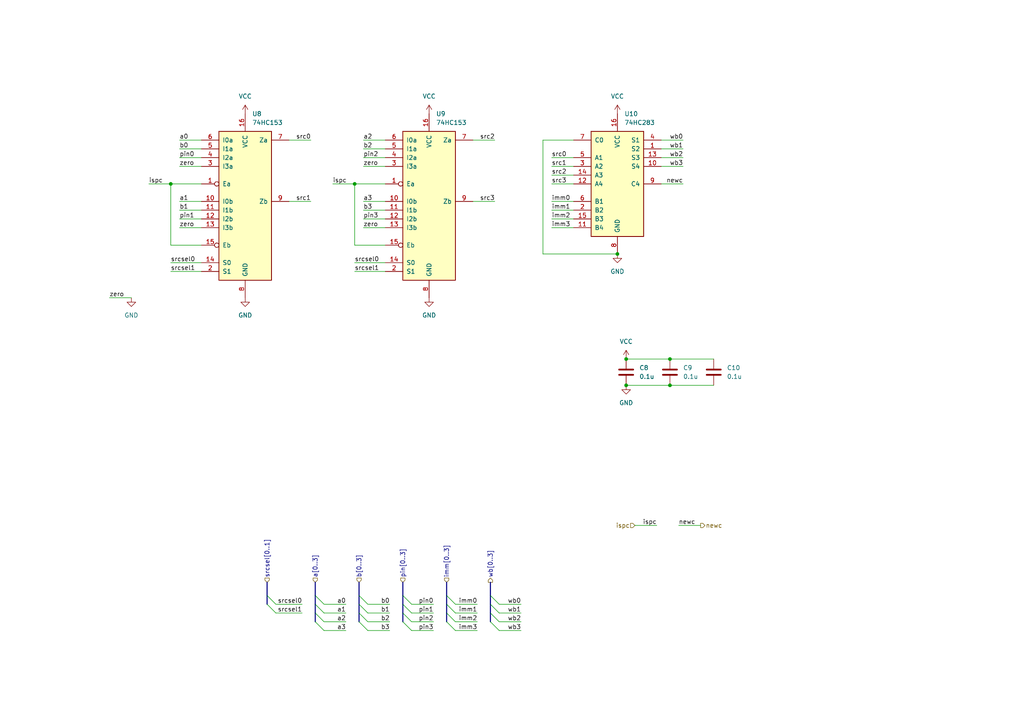
<source format=kicad_sch>
(kicad_sch (version 20211123) (generator eeschema)

  (uuid de9b72b0-f293-4fec-a4ac-cbf945ccb52f)

  (paper "A4")

  (lib_symbols
    (symbol "74xx:74LS153" (pin_names (offset 1.016)) (in_bom yes) (on_board yes)
      (property "Reference" "U" (id 0) (at -7.62 21.59 0)
        (effects (font (size 1.27 1.27)))
      )
      (property "Value" "74LS153" (id 1) (at -7.62 -24.13 0)
        (effects (font (size 1.27 1.27)))
      )
      (property "Footprint" "" (id 2) (at 0 0 0)
        (effects (font (size 1.27 1.27)) hide)
      )
      (property "Datasheet" "http://www.ti.com/lit/gpn/sn74LS153" (id 3) (at 0 0 0)
        (effects (font (size 1.27 1.27)) hide)
      )
      (property "ki_locked" "" (id 4) (at 0 0 0)
        (effects (font (size 1.27 1.27)))
      )
      (property "ki_keywords" "TTL Mux4" (id 5) (at 0 0 0)
        (effects (font (size 1.27 1.27)) hide)
      )
      (property "ki_description" "Dual Multiplexer 4 to 1" (id 6) (at 0 0 0)
        (effects (font (size 1.27 1.27)) hide)
      )
      (property "ki_fp_filters" "DIP?16*" (id 7) (at 0 0 0)
        (effects (font (size 1.27 1.27)) hide)
      )
      (symbol "74LS153_1_0"
        (pin input inverted (at -12.7 5.08 0) (length 5.08)
          (name "Ea" (effects (font (size 1.27 1.27))))
          (number "1" (effects (font (size 1.27 1.27))))
        )
        (pin input line (at -12.7 0 0) (length 5.08)
          (name "I0b" (effects (font (size 1.27 1.27))))
          (number "10" (effects (font (size 1.27 1.27))))
        )
        (pin input line (at -12.7 -2.54 0) (length 5.08)
          (name "I1b" (effects (font (size 1.27 1.27))))
          (number "11" (effects (font (size 1.27 1.27))))
        )
        (pin input line (at -12.7 -5.08 0) (length 5.08)
          (name "I2b" (effects (font (size 1.27 1.27))))
          (number "12" (effects (font (size 1.27 1.27))))
        )
        (pin input line (at -12.7 -7.62 0) (length 5.08)
          (name "I3b" (effects (font (size 1.27 1.27))))
          (number "13" (effects (font (size 1.27 1.27))))
        )
        (pin input line (at -12.7 -17.78 0) (length 5.08)
          (name "S0" (effects (font (size 1.27 1.27))))
          (number "14" (effects (font (size 1.27 1.27))))
        )
        (pin input inverted (at -12.7 -12.7 0) (length 5.08)
          (name "Eb" (effects (font (size 1.27 1.27))))
          (number "15" (effects (font (size 1.27 1.27))))
        )
        (pin power_in line (at 0 25.4 270) (length 5.08)
          (name "VCC" (effects (font (size 1.27 1.27))))
          (number "16" (effects (font (size 1.27 1.27))))
        )
        (pin input line (at -12.7 -20.32 0) (length 5.08)
          (name "S1" (effects (font (size 1.27 1.27))))
          (number "2" (effects (font (size 1.27 1.27))))
        )
        (pin input line (at -12.7 10.16 0) (length 5.08)
          (name "I3a" (effects (font (size 1.27 1.27))))
          (number "3" (effects (font (size 1.27 1.27))))
        )
        (pin input line (at -12.7 12.7 0) (length 5.08)
          (name "I2a" (effects (font (size 1.27 1.27))))
          (number "4" (effects (font (size 1.27 1.27))))
        )
        (pin input line (at -12.7 15.24 0) (length 5.08)
          (name "I1a" (effects (font (size 1.27 1.27))))
          (number "5" (effects (font (size 1.27 1.27))))
        )
        (pin input line (at -12.7 17.78 0) (length 5.08)
          (name "I0a" (effects (font (size 1.27 1.27))))
          (number "6" (effects (font (size 1.27 1.27))))
        )
        (pin output line (at 12.7 17.78 180) (length 5.08)
          (name "Za" (effects (font (size 1.27 1.27))))
          (number "7" (effects (font (size 1.27 1.27))))
        )
        (pin power_in line (at 0 -27.94 90) (length 5.08)
          (name "GND" (effects (font (size 1.27 1.27))))
          (number "8" (effects (font (size 1.27 1.27))))
        )
        (pin output line (at 12.7 0 180) (length 5.08)
          (name "Zb" (effects (font (size 1.27 1.27))))
          (number "9" (effects (font (size 1.27 1.27))))
        )
      )
      (symbol "74LS153_1_1"
        (rectangle (start -7.62 20.32) (end 7.62 -22.86)
          (stroke (width 0.254) (type default) (color 0 0 0 0))
          (fill (type background))
        )
      )
    )
    (symbol "74xx:74LS283" (pin_names (offset 1.016)) (in_bom yes) (on_board yes)
      (property "Reference" "U" (id 0) (at -7.62 16.51 0)
        (effects (font (size 1.27 1.27)))
      )
      (property "Value" "74LS283" (id 1) (at -7.62 -16.51 0)
        (effects (font (size 1.27 1.27)))
      )
      (property "Footprint" "" (id 2) (at 0 0 0)
        (effects (font (size 1.27 1.27)) hide)
      )
      (property "Datasheet" "http://www.ti.com/lit/gpn/sn74LS283" (id 3) (at 0 0 0)
        (effects (font (size 1.27 1.27)) hide)
      )
      (property "ki_locked" "" (id 4) (at 0 0 0)
        (effects (font (size 1.27 1.27)))
      )
      (property "ki_keywords" "TTL ADD Arith ALU" (id 5) (at 0 0 0)
        (effects (font (size 1.27 1.27)) hide)
      )
      (property "ki_description" "4-bit full Adder" (id 6) (at 0 0 0)
        (effects (font (size 1.27 1.27)) hide)
      )
      (property "ki_fp_filters" "DIP?16*" (id 7) (at 0 0 0)
        (effects (font (size 1.27 1.27)) hide)
      )
      (symbol "74LS283_1_0"
        (pin output line (at 12.7 10.16 180) (length 5.08)
          (name "S2" (effects (font (size 1.27 1.27))))
          (number "1" (effects (font (size 1.27 1.27))))
        )
        (pin output line (at 12.7 5.08 180) (length 5.08)
          (name "S4" (effects (font (size 1.27 1.27))))
          (number "10" (effects (font (size 1.27 1.27))))
        )
        (pin input line (at -12.7 -12.7 0) (length 5.08)
          (name "B4" (effects (font (size 1.27 1.27))))
          (number "11" (effects (font (size 1.27 1.27))))
        )
        (pin input line (at -12.7 0 0) (length 5.08)
          (name "A4" (effects (font (size 1.27 1.27))))
          (number "12" (effects (font (size 1.27 1.27))))
        )
        (pin output line (at 12.7 7.62 180) (length 5.08)
          (name "S3" (effects (font (size 1.27 1.27))))
          (number "13" (effects (font (size 1.27 1.27))))
        )
        (pin input line (at -12.7 2.54 0) (length 5.08)
          (name "A3" (effects (font (size 1.27 1.27))))
          (number "14" (effects (font (size 1.27 1.27))))
        )
        (pin input line (at -12.7 -10.16 0) (length 5.08)
          (name "B3" (effects (font (size 1.27 1.27))))
          (number "15" (effects (font (size 1.27 1.27))))
        )
        (pin power_in line (at 0 20.32 270) (length 5.08)
          (name "VCC" (effects (font (size 1.27 1.27))))
          (number "16" (effects (font (size 1.27 1.27))))
        )
        (pin input line (at -12.7 -7.62 0) (length 5.08)
          (name "B2" (effects (font (size 1.27 1.27))))
          (number "2" (effects (font (size 1.27 1.27))))
        )
        (pin input line (at -12.7 5.08 0) (length 5.08)
          (name "A2" (effects (font (size 1.27 1.27))))
          (number "3" (effects (font (size 1.27 1.27))))
        )
        (pin output line (at 12.7 12.7 180) (length 5.08)
          (name "S1" (effects (font (size 1.27 1.27))))
          (number "4" (effects (font (size 1.27 1.27))))
        )
        (pin input line (at -12.7 7.62 0) (length 5.08)
          (name "A1" (effects (font (size 1.27 1.27))))
          (number "5" (effects (font (size 1.27 1.27))))
        )
        (pin input line (at -12.7 -5.08 0) (length 5.08)
          (name "B1" (effects (font (size 1.27 1.27))))
          (number "6" (effects (font (size 1.27 1.27))))
        )
        (pin input line (at -12.7 12.7 0) (length 5.08)
          (name "C0" (effects (font (size 1.27 1.27))))
          (number "7" (effects (font (size 1.27 1.27))))
        )
        (pin power_in line (at 0 -20.32 90) (length 5.08)
          (name "GND" (effects (font (size 1.27 1.27))))
          (number "8" (effects (font (size 1.27 1.27))))
        )
        (pin output line (at 12.7 0 180) (length 5.08)
          (name "C4" (effects (font (size 1.27 1.27))))
          (number "9" (effects (font (size 1.27 1.27))))
        )
      )
      (symbol "74LS283_1_1"
        (rectangle (start -7.62 15.24) (end 7.62 -15.24)
          (stroke (width 0.254) (type default) (color 0 0 0 0))
          (fill (type background))
        )
      )
    )
    (symbol "Device:C" (pin_numbers hide) (pin_names (offset 0.254)) (in_bom yes) (on_board yes)
      (property "Reference" "C" (id 0) (at 0.635 2.54 0)
        (effects (font (size 1.27 1.27)) (justify left))
      )
      (property "Value" "C" (id 1) (at 0.635 -2.54 0)
        (effects (font (size 1.27 1.27)) (justify left))
      )
      (property "Footprint" "" (id 2) (at 0.9652 -3.81 0)
        (effects (font (size 1.27 1.27)) hide)
      )
      (property "Datasheet" "~" (id 3) (at 0 0 0)
        (effects (font (size 1.27 1.27)) hide)
      )
      (property "ki_keywords" "cap capacitor" (id 4) (at 0 0 0)
        (effects (font (size 1.27 1.27)) hide)
      )
      (property "ki_description" "Unpolarized capacitor" (id 5) (at 0 0 0)
        (effects (font (size 1.27 1.27)) hide)
      )
      (property "ki_fp_filters" "C_*" (id 6) (at 0 0 0)
        (effects (font (size 1.27 1.27)) hide)
      )
      (symbol "C_0_1"
        (polyline
          (pts
            (xy -2.032 -0.762)
            (xy 2.032 -0.762)
          )
          (stroke (width 0.508) (type default) (color 0 0 0 0))
          (fill (type none))
        )
        (polyline
          (pts
            (xy -2.032 0.762)
            (xy 2.032 0.762)
          )
          (stroke (width 0.508) (type default) (color 0 0 0 0))
          (fill (type none))
        )
      )
      (symbol "C_1_1"
        (pin passive line (at 0 3.81 270) (length 2.794)
          (name "~" (effects (font (size 1.27 1.27))))
          (number "1" (effects (font (size 1.27 1.27))))
        )
        (pin passive line (at 0 -3.81 90) (length 2.794)
          (name "~" (effects (font (size 1.27 1.27))))
          (number "2" (effects (font (size 1.27 1.27))))
        )
      )
    )
    (symbol "power:GND" (power) (pin_names (offset 0)) (in_bom yes) (on_board yes)
      (property "Reference" "#PWR" (id 0) (at 0 -6.35 0)
        (effects (font (size 1.27 1.27)) hide)
      )
      (property "Value" "GND" (id 1) (at 0 -3.81 0)
        (effects (font (size 1.27 1.27)))
      )
      (property "Footprint" "" (id 2) (at 0 0 0)
        (effects (font (size 1.27 1.27)) hide)
      )
      (property "Datasheet" "" (id 3) (at 0 0 0)
        (effects (font (size 1.27 1.27)) hide)
      )
      (property "ki_keywords" "power-flag" (id 4) (at 0 0 0)
        (effects (font (size 1.27 1.27)) hide)
      )
      (property "ki_description" "Power symbol creates a global label with name \"GND\" , ground" (id 5) (at 0 0 0)
        (effects (font (size 1.27 1.27)) hide)
      )
      (symbol "GND_0_1"
        (polyline
          (pts
            (xy 0 0)
            (xy 0 -1.27)
            (xy 1.27 -1.27)
            (xy 0 -2.54)
            (xy -1.27 -1.27)
            (xy 0 -1.27)
          )
          (stroke (width 0) (type default) (color 0 0 0 0))
          (fill (type none))
        )
      )
      (symbol "GND_1_1"
        (pin power_in line (at 0 0 270) (length 0) hide
          (name "GND" (effects (font (size 1.27 1.27))))
          (number "1" (effects (font (size 1.27 1.27))))
        )
      )
    )
    (symbol "power:VCC" (power) (pin_names (offset 0)) (in_bom yes) (on_board yes)
      (property "Reference" "#PWR" (id 0) (at 0 -3.81 0)
        (effects (font (size 1.27 1.27)) hide)
      )
      (property "Value" "VCC" (id 1) (at 0 3.81 0)
        (effects (font (size 1.27 1.27)))
      )
      (property "Footprint" "" (id 2) (at 0 0 0)
        (effects (font (size 1.27 1.27)) hide)
      )
      (property "Datasheet" "" (id 3) (at 0 0 0)
        (effects (font (size 1.27 1.27)) hide)
      )
      (property "ki_keywords" "power-flag" (id 4) (at 0 0 0)
        (effects (font (size 1.27 1.27)) hide)
      )
      (property "ki_description" "Power symbol creates a global label with name \"VCC\"" (id 5) (at 0 0 0)
        (effects (font (size 1.27 1.27)) hide)
      )
      (symbol "VCC_0_1"
        (polyline
          (pts
            (xy -0.762 1.27)
            (xy 0 2.54)
          )
          (stroke (width 0) (type default) (color 0 0 0 0))
          (fill (type none))
        )
        (polyline
          (pts
            (xy 0 0)
            (xy 0 2.54)
          )
          (stroke (width 0) (type default) (color 0 0 0 0))
          (fill (type none))
        )
        (polyline
          (pts
            (xy 0 2.54)
            (xy 0.762 1.27)
          )
          (stroke (width 0) (type default) (color 0 0 0 0))
          (fill (type none))
        )
      )
      (symbol "VCC_1_1"
        (pin power_in line (at 0 0 90) (length 0) hide
          (name "VCC" (effects (font (size 1.27 1.27))))
          (number "1" (effects (font (size 1.27 1.27))))
        )
      )
    )
  )

  (junction (at 179.07 73.66) (diameter 0) (color 0 0 0 0)
    (uuid 0eb24d01-7738-4cdf-a8cb-dafe95fb2564)
  )
  (junction (at 181.61 111.76) (diameter 0) (color 0 0 0 0)
    (uuid 1f317d87-3b20-43b5-83ee-420280c9b4af)
  )
  (junction (at 181.61 104.14) (diameter 0) (color 0 0 0 0)
    (uuid 4cd4694b-70d6-401f-9b27-b1561be129e0)
  )
  (junction (at 102.87 53.34) (diameter 0) (color 0 0 0 0)
    (uuid 5e989fbf-901b-4c98-b741-3caf1f077cae)
  )
  (junction (at 194.31 104.14) (diameter 0) (color 0 0 0 0)
    (uuid 76f5341e-3ce0-4a0a-95f3-2c44102efdd4)
  )
  (junction (at 194.31 111.76) (diameter 0) (color 0 0 0 0)
    (uuid e0a96a2b-d708-4b90-8c1b-129a56d96368)
  )
  (junction (at 49.53 53.34) (diameter 0) (color 0 0 0 0)
    (uuid f074fea9-6ace-478a-b357-b6df304d6703)
  )

  (bus_entry (at 91.44 172.72) (size 2.54 2.54)
    (stroke (width 0) (type default) (color 0 0 0 0))
    (uuid 19169175-e5c1-4c04-8dd8-4eb3ac546285)
  )
  (bus_entry (at 142.24 175.26) (size 2.54 2.54)
    (stroke (width 0) (type default) (color 0 0 0 0))
    (uuid 1eeac499-a522-4282-a6a1-563b036f3744)
  )
  (bus_entry (at 129.54 175.26) (size 2.54 2.54)
    (stroke (width 0) (type default) (color 0 0 0 0))
    (uuid 256dc30d-78dc-4fa6-a526-8161d6714ad0)
  )
  (bus_entry (at 142.24 177.8) (size 2.54 2.54)
    (stroke (width 0) (type default) (color 0 0 0 0))
    (uuid 2893175f-a18b-429d-af2e-1bbd80221f66)
  )
  (bus_entry (at 116.84 172.72) (size 2.54 2.54)
    (stroke (width 0) (type default) (color 0 0 0 0))
    (uuid 2faf5341-0c52-49b4-a108-ec1a8962e4d4)
  )
  (bus_entry (at 104.14 175.26) (size 2.54 2.54)
    (stroke (width 0) (type default) (color 0 0 0 0))
    (uuid 3b4c4e2d-3746-477c-8e36-02209aa4328f)
  )
  (bus_entry (at 142.24 180.34) (size 2.54 2.54)
    (stroke (width 0) (type default) (color 0 0 0 0))
    (uuid 3de511f7-03a3-4659-89df-eb7a76587603)
  )
  (bus_entry (at 91.44 177.8) (size 2.54 2.54)
    (stroke (width 0) (type default) (color 0 0 0 0))
    (uuid 4159e5ef-01f2-42ed-afce-cdfddb62078d)
  )
  (bus_entry (at 91.44 180.34) (size 2.54 2.54)
    (stroke (width 0) (type default) (color 0 0 0 0))
    (uuid 42602258-43d0-48e0-9357-46b949c07338)
  )
  (bus_entry (at 104.14 180.34) (size 2.54 2.54)
    (stroke (width 0) (type default) (color 0 0 0 0))
    (uuid 49ab9050-26e9-49c9-87aa-a7947c6e28d6)
  )
  (bus_entry (at 129.54 172.72) (size 2.54 2.54)
    (stroke (width 0) (type default) (color 0 0 0 0))
    (uuid 4d4dda6f-ccb5-47fa-907b-48216d259f89)
  )
  (bus_entry (at 77.47 172.72) (size 2.54 2.54)
    (stroke (width 0) (type default) (color 0 0 0 0))
    (uuid 69adcac2-f083-40cb-a860-94b0167f7f30)
  )
  (bus_entry (at 116.84 175.26) (size 2.54 2.54)
    (stroke (width 0) (type default) (color 0 0 0 0))
    (uuid 71a3cf9c-b4d6-4f3d-b834-07e7dce79eab)
  )
  (bus_entry (at 116.84 180.34) (size 2.54 2.54)
    (stroke (width 0) (type default) (color 0 0 0 0))
    (uuid 75ebe278-b91a-422f-8957-be0ad7a3e80c)
  )
  (bus_entry (at 142.24 172.72) (size 2.54 2.54)
    (stroke (width 0) (type default) (color 0 0 0 0))
    (uuid aa1d126d-b26b-4251-a6f0-f147092abeaf)
  )
  (bus_entry (at 129.54 180.34) (size 2.54 2.54)
    (stroke (width 0) (type default) (color 0 0 0 0))
    (uuid ab7ea712-5e50-4df1-90e0-9feb8bdc1e04)
  )
  (bus_entry (at 104.14 172.72) (size 2.54 2.54)
    (stroke (width 0) (type default) (color 0 0 0 0))
    (uuid ab9219a5-65c5-4560-ad90-3906ac2a9b04)
  )
  (bus_entry (at 104.14 177.8) (size 2.54 2.54)
    (stroke (width 0) (type default) (color 0 0 0 0))
    (uuid c26c2d68-254a-4db7-b161-cfa408bd3585)
  )
  (bus_entry (at 116.84 177.8) (size 2.54 2.54)
    (stroke (width 0) (type default) (color 0 0 0 0))
    (uuid c6428c22-c0f5-4694-b1b0-467c6b3d82da)
  )
  (bus_entry (at 77.47 175.26) (size 2.54 2.54)
    (stroke (width 0) (type default) (color 0 0 0 0))
    (uuid cd84a111-c2ee-4ee0-b73a-b6006cb3a5c4)
  )
  (bus_entry (at 129.54 177.8) (size 2.54 2.54)
    (stroke (width 0) (type default) (color 0 0 0 0))
    (uuid e06f618e-fd03-4da3-af2e-8ac09235c51d)
  )
  (bus_entry (at 91.44 175.26) (size 2.54 2.54)
    (stroke (width 0) (type default) (color 0 0 0 0))
    (uuid f9404ded-4ea4-448c-8514-ce72d8007254)
  )

  (wire (pts (xy 93.98 182.88) (xy 100.33 182.88))
    (stroke (width 0) (type default) (color 0 0 0 0))
    (uuid 0742f32c-7974-4492-bc64-0b43bd1db4b4)
  )
  (bus (pts (xy 142.24 175.26) (xy 142.24 177.8))
    (stroke (width 0) (type default) (color 0 0 0 0))
    (uuid 07bdf40b-a95a-4dc6-9c86-1daf815d8a97)
  )

  (wire (pts (xy 132.08 182.88) (xy 138.43 182.88))
    (stroke (width 0) (type default) (color 0 0 0 0))
    (uuid 0d5a1142-1d45-4181-aa58-9b92c9ff68d4)
  )
  (wire (pts (xy 160.02 60.96) (xy 166.37 60.96))
    (stroke (width 0) (type default) (color 0 0 0 0))
    (uuid 132e887c-e669-4cab-b96a-47adfcb161a3)
  )
  (wire (pts (xy 102.87 78.74) (xy 111.76 78.74))
    (stroke (width 0) (type default) (color 0 0 0 0))
    (uuid 149e2168-fb68-400d-8b64-b5fa8062ab4d)
  )
  (wire (pts (xy 105.41 40.64) (xy 111.76 40.64))
    (stroke (width 0) (type default) (color 0 0 0 0))
    (uuid 1570e913-a33c-41b5-a1c6-9615cabb449c)
  )
  (wire (pts (xy 93.98 180.34) (xy 100.33 180.34))
    (stroke (width 0) (type default) (color 0 0 0 0))
    (uuid 15b0910d-86f9-4441-b9bb-4b590f1e477a)
  )
  (wire (pts (xy 160.02 66.04) (xy 166.37 66.04))
    (stroke (width 0) (type default) (color 0 0 0 0))
    (uuid 169db3c4-0294-40be-8652-cfd9617537c3)
  )
  (wire (pts (xy 80.01 177.8) (xy 87.63 177.8))
    (stroke (width 0) (type default) (color 0 0 0 0))
    (uuid 16a99b06-0b95-4185-92c6-652565854513)
  )
  (bus (pts (xy 129.54 175.26) (xy 129.54 177.8))
    (stroke (width 0) (type default) (color 0 0 0 0))
    (uuid 1899a296-9091-40f4-8bea-2a655acf57df)
  )

  (wire (pts (xy 105.41 45.72) (xy 111.76 45.72))
    (stroke (width 0) (type default) (color 0 0 0 0))
    (uuid 19453f64-6284-46f9-a120-34ed175de171)
  )
  (wire (pts (xy 105.41 63.5) (xy 111.76 63.5))
    (stroke (width 0) (type default) (color 0 0 0 0))
    (uuid 1a7e8e50-393b-462a-976d-72c8a2c5164d)
  )
  (bus (pts (xy 104.14 177.8) (xy 104.14 180.34))
    (stroke (width 0) (type default) (color 0 0 0 0))
    (uuid 1d144baa-7d94-485a-ab84-44bfbaa75233)
  )

  (wire (pts (xy 137.16 40.64) (xy 143.51 40.64))
    (stroke (width 0) (type default) (color 0 0 0 0))
    (uuid 1eec4645-21cf-4f64-b840-1f73f0e8aabc)
  )
  (wire (pts (xy 132.08 177.8) (xy 138.43 177.8))
    (stroke (width 0) (type default) (color 0 0 0 0))
    (uuid 1f81e8a8-bef1-4de4-908a-337f3c0469de)
  )
  (wire (pts (xy 119.38 175.26) (xy 125.73 175.26))
    (stroke (width 0) (type default) (color 0 0 0 0))
    (uuid 1fabb83b-b3b4-43b5-8d86-4d9d47907d20)
  )
  (wire (pts (xy 49.53 76.2) (xy 58.42 76.2))
    (stroke (width 0) (type default) (color 0 0 0 0))
    (uuid 23c1a24f-18a1-43ce-8308-0e2d4d80760a)
  )
  (wire (pts (xy 157.48 40.64) (xy 166.37 40.64))
    (stroke (width 0) (type default) (color 0 0 0 0))
    (uuid 23e85aa4-c63e-4c8c-a56c-964d538a8ea2)
  )
  (wire (pts (xy 144.78 177.8) (xy 151.13 177.8))
    (stroke (width 0) (type default) (color 0 0 0 0))
    (uuid 24ccdf73-4d47-48c3-85b0-2f3a7dc1424c)
  )
  (wire (pts (xy 102.87 76.2) (xy 111.76 76.2))
    (stroke (width 0) (type default) (color 0 0 0 0))
    (uuid 295f692a-41ba-44e8-a4b0-f59e9dde788a)
  )
  (wire (pts (xy 160.02 63.5) (xy 166.37 63.5))
    (stroke (width 0) (type default) (color 0 0 0 0))
    (uuid 2bc788c3-4b89-4004-b42a-0f7cdec3c753)
  )
  (wire (pts (xy 106.68 182.88) (xy 113.03 182.88))
    (stroke (width 0) (type default) (color 0 0 0 0))
    (uuid 37094302-a986-4831-8376-4a3d761619bc)
  )
  (wire (pts (xy 106.68 177.8) (xy 113.03 177.8))
    (stroke (width 0) (type default) (color 0 0 0 0))
    (uuid 37cd870e-47ae-461e-927e-2cbb7c369b95)
  )
  (wire (pts (xy 49.53 53.34) (xy 58.42 53.34))
    (stroke (width 0) (type default) (color 0 0 0 0))
    (uuid 3c7642a6-c20c-4e1b-8340-25f193085781)
  )
  (wire (pts (xy 191.77 45.72) (xy 198.12 45.72))
    (stroke (width 0) (type default) (color 0 0 0 0))
    (uuid 3e327e95-647a-4f29-8ff6-6f64978107d4)
  )
  (wire (pts (xy 106.68 175.26) (xy 113.03 175.26))
    (stroke (width 0) (type default) (color 0 0 0 0))
    (uuid 4191fd15-1d8c-40fb-b305-da818ad4bc47)
  )
  (wire (pts (xy 160.02 50.8) (xy 166.37 50.8))
    (stroke (width 0) (type default) (color 0 0 0 0))
    (uuid 42eaa438-c029-4dc1-86ab-f257a7cf6c17)
  )
  (bus (pts (xy 77.47 172.72) (xy 77.47 175.26))
    (stroke (width 0) (type default) (color 0 0 0 0))
    (uuid 45bc6aa5-b5a0-4e74-b408-b85ceefc4a44)
  )

  (wire (pts (xy 160.02 48.26) (xy 166.37 48.26))
    (stroke (width 0) (type default) (color 0 0 0 0))
    (uuid 46923fd3-32fd-4f21-8834-faaac157f8ed)
  )
  (wire (pts (xy 52.07 40.64) (xy 58.42 40.64))
    (stroke (width 0) (type default) (color 0 0 0 0))
    (uuid 47c94545-e2b7-4b57-a631-a8b6e6ce4c29)
  )
  (wire (pts (xy 137.16 58.42) (xy 143.51 58.42))
    (stroke (width 0) (type default) (color 0 0 0 0))
    (uuid 48c077db-b869-455c-935a-3fc63f7c1834)
  )
  (wire (pts (xy 49.53 78.74) (xy 58.42 78.74))
    (stroke (width 0) (type default) (color 0 0 0 0))
    (uuid 49532d31-123f-440a-b9c5-fddddd7e8a98)
  )
  (bus (pts (xy 142.24 177.8) (xy 142.24 180.34))
    (stroke (width 0) (type default) (color 0 0 0 0))
    (uuid 4ae1f311-cbf7-4e3e-8a6b-e268b001c8a5)
  )

  (wire (pts (xy 49.53 71.12) (xy 58.42 71.12))
    (stroke (width 0) (type default) (color 0 0 0 0))
    (uuid 4bc27aed-4d7c-43b8-8fce-9777731f9832)
  )
  (bus (pts (xy 91.44 175.26) (xy 91.44 177.8))
    (stroke (width 0) (type default) (color 0 0 0 0))
    (uuid 4c1cfb7e-a2d2-4ea1-85e7-e11f0bb1cc6f)
  )

  (wire (pts (xy 179.07 73.66) (xy 157.48 73.66))
    (stroke (width 0) (type default) (color 0 0 0 0))
    (uuid 4c408b07-260a-4faa-9bf6-7118d0979c83)
  )
  (bus (pts (xy 129.54 177.8) (xy 129.54 180.34))
    (stroke (width 0) (type default) (color 0 0 0 0))
    (uuid 512c7cd1-4cd1-4387-994f-208666d9eddf)
  )

  (wire (pts (xy 191.77 43.18) (xy 198.12 43.18))
    (stroke (width 0) (type default) (color 0 0 0 0))
    (uuid 596c497e-b9af-4943-b244-1bf9f689044d)
  )
  (bus (pts (xy 142.24 172.72) (xy 142.24 175.26))
    (stroke (width 0) (type default) (color 0 0 0 0))
    (uuid 5a23c29f-2850-4747-82e8-0eec963fa130)
  )

  (wire (pts (xy 191.77 40.64) (xy 198.12 40.64))
    (stroke (width 0) (type default) (color 0 0 0 0))
    (uuid 5b123180-023a-46d8-9752-85dac27edbc2)
  )
  (bus (pts (xy 77.47 168.91) (xy 77.47 172.72))
    (stroke (width 0) (type default) (color 0 0 0 0))
    (uuid 62101428-3edb-456f-83c4-494bd344e253)
  )

  (wire (pts (xy 157.48 73.66) (xy 157.48 40.64))
    (stroke (width 0) (type default) (color 0 0 0 0))
    (uuid 62eff552-7a75-4291-a9ee-514d0b3c1c9c)
  )
  (bus (pts (xy 129.54 168.91) (xy 129.54 172.72))
    (stroke (width 0) (type default) (color 0 0 0 0))
    (uuid 66779934-177a-4298-a536-d52b6d5dfe5e)
  )
  (bus (pts (xy 91.44 177.8) (xy 91.44 180.34))
    (stroke (width 0) (type default) (color 0 0 0 0))
    (uuid 670b6194-9662-4b1c-b2b1-119074655de3)
  )

  (wire (pts (xy 52.07 66.04) (xy 58.42 66.04))
    (stroke (width 0) (type default) (color 0 0 0 0))
    (uuid 69ca9bd9-7baf-4c4b-9dc8-acfffb541788)
  )
  (wire (pts (xy 93.98 177.8) (xy 100.33 177.8))
    (stroke (width 0) (type default) (color 0 0 0 0))
    (uuid 6a0adcaa-2f0b-4f00-9771-45fb45bb78c1)
  )
  (wire (pts (xy 52.07 43.18) (xy 58.42 43.18))
    (stroke (width 0) (type default) (color 0 0 0 0))
    (uuid 6cfba2be-aca1-43be-a43e-e4cd95f672f2)
  )
  (wire (pts (xy 96.52 53.34) (xy 102.87 53.34))
    (stroke (width 0) (type default) (color 0 0 0 0))
    (uuid 6da257f6-e18d-4657-9a7f-2c20d162f23a)
  )
  (wire (pts (xy 31.75 86.36) (xy 38.1 86.36))
    (stroke (width 0) (type default) (color 0 0 0 0))
    (uuid 718737dd-b053-43a2-bcfa-c840485fe41b)
  )
  (wire (pts (xy 119.38 180.34) (xy 125.73 180.34))
    (stroke (width 0) (type default) (color 0 0 0 0))
    (uuid 73f64d69-7ef4-414c-acea-aa2660a41cb4)
  )
  (bus (pts (xy 104.14 175.26) (xy 104.14 177.8))
    (stroke (width 0) (type default) (color 0 0 0 0))
    (uuid 7b81a8d1-4a66-4e80-b59f-21a0d5d0fecb)
  )

  (wire (pts (xy 102.87 71.12) (xy 102.87 53.34))
    (stroke (width 0) (type default) (color 0 0 0 0))
    (uuid 8095e770-a274-4ca3-862e-1284c08a8240)
  )
  (wire (pts (xy 52.07 48.26) (xy 58.42 48.26))
    (stroke (width 0) (type default) (color 0 0 0 0))
    (uuid 818f0ba1-428c-4c0b-8941-1cefab00f601)
  )
  (wire (pts (xy 191.77 53.34) (xy 198.12 53.34))
    (stroke (width 0) (type default) (color 0 0 0 0))
    (uuid 85b87317-a0a9-4532-be63-a745aec10521)
  )
  (wire (pts (xy 52.07 45.72) (xy 58.42 45.72))
    (stroke (width 0) (type default) (color 0 0 0 0))
    (uuid 86fab36c-1167-4f2a-a593-827f4d069e41)
  )
  (wire (pts (xy 144.78 175.26) (xy 151.13 175.26))
    (stroke (width 0) (type default) (color 0 0 0 0))
    (uuid 885c9010-a9b3-4a36-9451-27b3795f114f)
  )
  (wire (pts (xy 160.02 45.72) (xy 166.37 45.72))
    (stroke (width 0) (type default) (color 0 0 0 0))
    (uuid 894b4645-e5fc-4c6e-9cd1-5027b9e08e18)
  )
  (wire (pts (xy 160.02 58.42) (xy 166.37 58.42))
    (stroke (width 0) (type default) (color 0 0 0 0))
    (uuid 89bc8206-9df3-43a5-916c-b2283ffdc342)
  )
  (bus (pts (xy 91.44 172.72) (xy 91.44 175.26))
    (stroke (width 0) (type default) (color 0 0 0 0))
    (uuid 8efda431-53f7-4fb5-8e88-86612aea8388)
  )

  (wire (pts (xy 194.31 111.76) (xy 207.01 111.76))
    (stroke (width 0) (type default) (color 0 0 0 0))
    (uuid 90145875-ed2d-4119-aeb7-0f7a98cd8a74)
  )
  (wire (pts (xy 83.82 58.42) (xy 90.17 58.42))
    (stroke (width 0) (type default) (color 0 0 0 0))
    (uuid 99ccd3d5-1a52-46f7-b8b2-671d1b6d27b5)
  )
  (wire (pts (xy 196.85 152.4) (xy 203.2 152.4))
    (stroke (width 0) (type default) (color 0 0 0 0))
    (uuid 9db87e1c-531f-4979-bc98-6ea7db0ad7cd)
  )
  (wire (pts (xy 105.41 66.04) (xy 111.76 66.04))
    (stroke (width 0) (type default) (color 0 0 0 0))
    (uuid a17d338a-dbb4-416a-86ea-01f5adcbaafc)
  )
  (bus (pts (xy 91.44 168.91) (xy 91.44 172.72))
    (stroke (width 0) (type default) (color 0 0 0 0))
    (uuid a1b7b056-e1e9-4f02-a0dd-2991badde002)
  )
  (bus (pts (xy 116.84 175.26) (xy 116.84 177.8))
    (stroke (width 0) (type default) (color 0 0 0 0))
    (uuid a2de5971-9cc6-4899-932a-de5597c14afb)
  )

  (wire (pts (xy 52.07 60.96) (xy 58.42 60.96))
    (stroke (width 0) (type default) (color 0 0 0 0))
    (uuid a6d1bf47-160a-4efa-880d-56fdccfb133f)
  )
  (wire (pts (xy 80.01 175.26) (xy 87.63 175.26))
    (stroke (width 0) (type default) (color 0 0 0 0))
    (uuid aeb9ea36-519d-4c0a-8c73-e1e0df35e1f7)
  )
  (bus (pts (xy 104.14 172.72) (xy 104.14 175.26))
    (stroke (width 0) (type default) (color 0 0 0 0))
    (uuid b4b36c4e-9fd8-436c-8344-1e515aa29219)
  )
  (bus (pts (xy 116.84 172.72) (xy 116.84 175.26))
    (stroke (width 0) (type default) (color 0 0 0 0))
    (uuid b4e84bde-e6ca-4466-9458-4ecbee617feb)
  )

  (wire (pts (xy 83.82 40.64) (xy 90.17 40.64))
    (stroke (width 0) (type default) (color 0 0 0 0))
    (uuid b5fbd597-ef63-43ec-a7fb-bcb58dd53f5c)
  )
  (wire (pts (xy 105.41 48.26) (xy 111.76 48.26))
    (stroke (width 0) (type default) (color 0 0 0 0))
    (uuid bcc3684d-8742-4529-9327-6c6f7546f9a1)
  )
  (wire (pts (xy 144.78 182.88) (xy 151.13 182.88))
    (stroke (width 0) (type default) (color 0 0 0 0))
    (uuid c2430f5c-4109-4a4d-8c27-7b1f268a6901)
  )
  (wire (pts (xy 181.61 104.14) (xy 194.31 104.14))
    (stroke (width 0) (type default) (color 0 0 0 0))
    (uuid c30f7f8b-fc55-44cd-90f9-8b30fc3ede1e)
  )
  (wire (pts (xy 184.15 152.4) (xy 190.5 152.4))
    (stroke (width 0) (type default) (color 0 0 0 0))
    (uuid c37f45bc-e750-4fcd-90dd-8a164c61672f)
  )
  (bus (pts (xy 116.84 177.8) (xy 116.84 180.34))
    (stroke (width 0) (type default) (color 0 0 0 0))
    (uuid c5179368-2458-49cb-a464-8e7b660e91ff)
  )

  (wire (pts (xy 105.41 60.96) (xy 111.76 60.96))
    (stroke (width 0) (type default) (color 0 0 0 0))
    (uuid c527f308-56ab-48d1-952d-ad41917b8ba9)
  )
  (wire (pts (xy 132.08 180.34) (xy 138.43 180.34))
    (stroke (width 0) (type default) (color 0 0 0 0))
    (uuid c5b6e54c-9434-432a-a5e0-680ccc9381df)
  )
  (wire (pts (xy 52.07 58.42) (xy 58.42 58.42))
    (stroke (width 0) (type default) (color 0 0 0 0))
    (uuid c7731021-b08f-4fc9-b5d8-dc6ecd69334a)
  )
  (wire (pts (xy 181.61 111.76) (xy 194.31 111.76))
    (stroke (width 0) (type default) (color 0 0 0 0))
    (uuid c7963090-5553-4e38-93cb-c5cb863e9f78)
  )
  (bus (pts (xy 129.54 172.72) (xy 129.54 175.26))
    (stroke (width 0) (type default) (color 0 0 0 0))
    (uuid c9332b8b-45b4-4792-af3f-04c25e5c2a40)
  )

  (wire (pts (xy 160.02 53.34) (xy 166.37 53.34))
    (stroke (width 0) (type default) (color 0 0 0 0))
    (uuid caee3edf-59d9-40c0-8db9-01b1b58a43ff)
  )
  (bus (pts (xy 104.14 168.91) (xy 104.14 172.72))
    (stroke (width 0) (type default) (color 0 0 0 0))
    (uuid cfd2d6eb-0bb9-4e4a-b79e-45293d3a7df8)
  )

  (wire (pts (xy 102.87 71.12) (xy 111.76 71.12))
    (stroke (width 0) (type default) (color 0 0 0 0))
    (uuid d1e26de0-d8f5-485f-a679-9b86b8796a3f)
  )
  (wire (pts (xy 132.08 175.26) (xy 138.43 175.26))
    (stroke (width 0) (type default) (color 0 0 0 0))
    (uuid d22678da-4109-4757-bf01-3c5737ba1c34)
  )
  (wire (pts (xy 105.41 43.18) (xy 111.76 43.18))
    (stroke (width 0) (type default) (color 0 0 0 0))
    (uuid d2dbded2-f05d-4d99-9f9e-40c6ef2ece3f)
  )
  (wire (pts (xy 194.31 104.14) (xy 207.01 104.14))
    (stroke (width 0) (type default) (color 0 0 0 0))
    (uuid d384cace-c1ae-45b7-8f85-67db5a4f7828)
  )
  (wire (pts (xy 52.07 63.5) (xy 58.42 63.5))
    (stroke (width 0) (type default) (color 0 0 0 0))
    (uuid d6e749f5-aab1-4205-889e-633c67820a5d)
  )
  (bus (pts (xy 142.24 168.91) (xy 142.24 172.72))
    (stroke (width 0) (type default) (color 0 0 0 0))
    (uuid d6e9c050-de8d-4fe0-9d76-4387ab6d9b91)
  )

  (wire (pts (xy 119.38 177.8) (xy 125.73 177.8))
    (stroke (width 0) (type default) (color 0 0 0 0))
    (uuid d85ae3d0-a6cf-4837-9505-b0fcedcc5511)
  )
  (wire (pts (xy 105.41 58.42) (xy 111.76 58.42))
    (stroke (width 0) (type default) (color 0 0 0 0))
    (uuid de4d0513-9445-4035-b873-f5a528596c53)
  )
  (wire (pts (xy 106.68 180.34) (xy 113.03 180.34))
    (stroke (width 0) (type default) (color 0 0 0 0))
    (uuid de90461e-2bac-4c87-a79b-c6673b1b105e)
  )
  (wire (pts (xy 144.78 180.34) (xy 151.13 180.34))
    (stroke (width 0) (type default) (color 0 0 0 0))
    (uuid dfe889c1-0bbc-4d33-81d5-ace566ddd745)
  )
  (bus (pts (xy 116.84 168.91) (xy 116.84 172.72))
    (stroke (width 0) (type default) (color 0 0 0 0))
    (uuid e5e659fd-85d4-4b87-99b1-acfbe71f5765)
  )

  (wire (pts (xy 119.38 182.88) (xy 125.73 182.88))
    (stroke (width 0) (type default) (color 0 0 0 0))
    (uuid e8d168b1-deef-4b72-b82a-667e2d1d0827)
  )
  (wire (pts (xy 93.98 175.26) (xy 100.33 175.26))
    (stroke (width 0) (type default) (color 0 0 0 0))
    (uuid ea9feb37-f677-4f5b-ada9-92f2603bee65)
  )
  (wire (pts (xy 191.77 48.26) (xy 198.12 48.26))
    (stroke (width 0) (type default) (color 0 0 0 0))
    (uuid ec81cf70-5414-485e-af00-bfde5007fc23)
  )
  (wire (pts (xy 102.87 53.34) (xy 111.76 53.34))
    (stroke (width 0) (type default) (color 0 0 0 0))
    (uuid f3d40051-92ef-4ce6-b51b-c4d9f08d96b8)
  )
  (wire (pts (xy 43.18 53.34) (xy 49.53 53.34))
    (stroke (width 0) (type default) (color 0 0 0 0))
    (uuid f5c29169-b425-41f0-af2b-a7fc0d0a0d72)
  )
  (wire (pts (xy 49.53 71.12) (xy 49.53 53.34))
    (stroke (width 0) (type default) (color 0 0 0 0))
    (uuid f895ca08-6e2b-4c7d-b03a-eedc55a33dfd)
  )

  (label "b2" (at 105.41 43.18 0)
    (effects (font (size 1.27 1.27)) (justify left bottom))
    (uuid 01b68c36-d11a-4af6-b47f-060a47f55a44)
  )
  (label "pin3" (at 125.73 182.88 180)
    (effects (font (size 1.27 1.27)) (justify right bottom))
    (uuid 10d0dc53-4566-4bf8-9d5e-cc7269013283)
  )
  (label "pin2" (at 105.41 45.72 0)
    (effects (font (size 1.27 1.27)) (justify left bottom))
    (uuid 12213d39-9312-4fd7-9db7-e9d8a41b2a8d)
  )
  (label "ispc" (at 96.52 53.34 0)
    (effects (font (size 1.27 1.27)) (justify left bottom))
    (uuid 12b7d01a-099d-463f-8cbf-8ce573bdc8d6)
  )
  (label "zero" (at 105.41 66.04 0)
    (effects (font (size 1.27 1.27)) (justify left bottom))
    (uuid 1385ab85-0043-4ac5-8c79-9d324988b659)
  )
  (label "wb2" (at 151.13 180.34 180)
    (effects (font (size 1.27 1.27)) (justify right bottom))
    (uuid 173ac427-da84-4389-bced-5648b302f0c7)
  )
  (label "zero" (at 52.07 48.26 0)
    (effects (font (size 1.27 1.27)) (justify left bottom))
    (uuid 1ffeca0e-b34a-4b7b-92db-cad6a2632722)
  )
  (label "b3" (at 113.03 182.88 180)
    (effects (font (size 1.27 1.27)) (justify right bottom))
    (uuid 21f3dd80-5c0b-4e47-9834-920fb532ee06)
  )
  (label "wb1" (at 151.13 177.8 180)
    (effects (font (size 1.27 1.27)) (justify right bottom))
    (uuid 2610254e-6722-4666-8f03-bbc726c9da7a)
  )
  (label "imm2" (at 138.43 180.34 180)
    (effects (font (size 1.27 1.27)) (justify right bottom))
    (uuid 297be7ab-82e7-46b2-9881-a615f2daddaf)
  )
  (label "a2" (at 100.33 180.34 180)
    (effects (font (size 1.27 1.27)) (justify right bottom))
    (uuid 29a50d2e-63d6-4df3-a6e1-8bb59443e80d)
  )
  (label "pin1" (at 125.73 177.8 180)
    (effects (font (size 1.27 1.27)) (justify right bottom))
    (uuid 2a473f60-7e3f-48a6-8135-14f5b0ea5364)
  )
  (label "src0" (at 90.17 40.64 180)
    (effects (font (size 1.27 1.27)) (justify right bottom))
    (uuid 2a5d6382-8b55-455d-806a-9473bd1005c3)
  )
  (label "src2" (at 143.51 40.64 180)
    (effects (font (size 1.27 1.27)) (justify right bottom))
    (uuid 37daf061-21a1-4291-b57c-9225c9e4aba4)
  )
  (label "srcsel1" (at 49.53 78.74 0)
    (effects (font (size 1.27 1.27)) (justify left bottom))
    (uuid 3a5bf8fe-9877-4391-8dcf-36bffbe0ed49)
  )
  (label "src3" (at 143.51 58.42 180)
    (effects (font (size 1.27 1.27)) (justify right bottom))
    (uuid 3cc89001-fe8f-4480-9651-b7a9b96bb0dd)
  )
  (label "wb0" (at 151.13 175.26 180)
    (effects (font (size 1.27 1.27)) (justify right bottom))
    (uuid 436c15c3-ee6e-4196-a56c-662575f45e2a)
  )
  (label "a1" (at 100.33 177.8 180)
    (effects (font (size 1.27 1.27)) (justify right bottom))
    (uuid 43a56241-beb2-4a1e-b429-ee47bb63dbc4)
  )
  (label "wb2" (at 198.12 45.72 180)
    (effects (font (size 1.27 1.27)) (justify right bottom))
    (uuid 4b52e32d-1a50-46af-8aa2-55bc3978ef2b)
  )
  (label "ispc" (at 43.18 53.34 0)
    (effects (font (size 1.27 1.27)) (justify left bottom))
    (uuid 4c6a8406-b60a-4727-b2ce-f8d643541f7a)
  )
  (label "a0" (at 100.33 175.26 180)
    (effects (font (size 1.27 1.27)) (justify right bottom))
    (uuid 4fd37cd5-f350-40b0-b20f-de3c79e79796)
  )
  (label "a3" (at 100.33 182.88 180)
    (effects (font (size 1.27 1.27)) (justify right bottom))
    (uuid 521df6a1-0eb3-442c-ba49-0e721e891875)
  )
  (label "zero" (at 52.07 66.04 0)
    (effects (font (size 1.27 1.27)) (justify left bottom))
    (uuid 5251f65c-58fa-4050-9736-ea1b70763f68)
  )
  (label "srcsel0" (at 102.87 76.2 0)
    (effects (font (size 1.27 1.27)) (justify left bottom))
    (uuid 530ef07c-0fd9-4863-9c48-6fffa614ae32)
  )
  (label "imm0" (at 138.43 175.26 180)
    (effects (font (size 1.27 1.27)) (justify right bottom))
    (uuid 53559218-f782-43f3-8c33-3b9658ffab5a)
  )
  (label "imm2" (at 160.02 63.5 0)
    (effects (font (size 1.27 1.27)) (justify left bottom))
    (uuid 542090cd-f8a0-4baa-afc3-d89785ef2b2a)
  )
  (label "wb3" (at 151.13 182.88 180)
    (effects (font (size 1.27 1.27)) (justify right bottom))
    (uuid 564ced1c-be39-467e-9f15-c9465d46c1e0)
  )
  (label "b1" (at 52.07 60.96 0)
    (effects (font (size 1.27 1.27)) (justify left bottom))
    (uuid 594faefe-f0c2-4601-ae60-9c3c1a31150d)
  )
  (label "src2" (at 160.02 50.8 0)
    (effects (font (size 1.27 1.27)) (justify left bottom))
    (uuid 651e8141-1a46-4407-af85-582f955a7089)
  )
  (label "srcsel1" (at 87.63 177.8 180)
    (effects (font (size 1.27 1.27)) (justify right bottom))
    (uuid 71613598-dca4-4109-a1d4-b101e6390708)
  )
  (label "newc" (at 198.12 53.34 180)
    (effects (font (size 1.27 1.27)) (justify right bottom))
    (uuid 72d9a584-482a-4650-b17c-805640f9dea6)
  )
  (label "srcsel1" (at 102.87 78.74 0)
    (effects (font (size 1.27 1.27)) (justify left bottom))
    (uuid 79e00759-71fa-4e1b-a740-196fec3f7ab4)
  )
  (label "a2" (at 105.41 40.64 0)
    (effects (font (size 1.27 1.27)) (justify left bottom))
    (uuid 8042bf17-1afa-413e-b851-eafd16c44cde)
  )
  (label "src3" (at 160.02 53.34 0)
    (effects (font (size 1.27 1.27)) (justify left bottom))
    (uuid 80dc0c54-7a90-4672-ae14-c55d4ded5364)
  )
  (label "pin1" (at 52.07 63.5 0)
    (effects (font (size 1.27 1.27)) (justify left bottom))
    (uuid 810a7bee-7276-4d43-82d7-f82a76eeab78)
  )
  (label "b0" (at 52.07 43.18 0)
    (effects (font (size 1.27 1.27)) (justify left bottom))
    (uuid 81b12077-c2bc-4d7a-ba21-21c1c89c7cb6)
  )
  (label "imm3" (at 138.43 182.88 180)
    (effects (font (size 1.27 1.27)) (justify right bottom))
    (uuid 9bea185d-1270-4ec4-b80a-88f6f5a1212d)
  )
  (label "zero" (at 105.41 48.26 0)
    (effects (font (size 1.27 1.27)) (justify left bottom))
    (uuid 9d08c8be-2413-41a1-ae61-b5d5bf4710ea)
  )
  (label "pin3" (at 105.41 63.5 0)
    (effects (font (size 1.27 1.27)) (justify left bottom))
    (uuid 9d11fa46-cc3b-43b9-bbba-15dee77dd419)
  )
  (label "src0" (at 160.02 45.72 0)
    (effects (font (size 1.27 1.27)) (justify left bottom))
    (uuid 9feef3b5-4a46-4be9-a539-aa6a3cb20d55)
  )
  (label "wb0" (at 198.12 40.64 180)
    (effects (font (size 1.27 1.27)) (justify right bottom))
    (uuid a61d58c8-4631-43d8-96b7-29967252eb1c)
  )
  (label "b2" (at 113.03 180.34 180)
    (effects (font (size 1.27 1.27)) (justify right bottom))
    (uuid a662aeb5-44ec-4cec-853b-a144ed4628b8)
  )
  (label "imm0" (at 160.02 58.42 0)
    (effects (font (size 1.27 1.27)) (justify left bottom))
    (uuid a7a35150-c1ca-47f1-a7f5-be6a8bca890e)
  )
  (label "a1" (at 52.07 58.42 0)
    (effects (font (size 1.27 1.27)) (justify left bottom))
    (uuid a84cbead-6e58-40a0-9cfe-b19324343eb1)
  )
  (label "zero" (at 31.75 86.36 0)
    (effects (font (size 1.27 1.27)) (justify left bottom))
    (uuid a9ae1dfa-7361-4a69-89d2-d6bb343904e3)
  )
  (label "imm1" (at 138.43 177.8 180)
    (effects (font (size 1.27 1.27)) (justify right bottom))
    (uuid b3002e2c-dfe7-430d-b2ce-f9a4baed7b79)
  )
  (label "imm1" (at 160.02 60.96 0)
    (effects (font (size 1.27 1.27)) (justify left bottom))
    (uuid b43b5fd3-756d-4e87-b5ce-7cf5e713ceff)
  )
  (label "src1" (at 160.02 48.26 0)
    (effects (font (size 1.27 1.27)) (justify left bottom))
    (uuid b7c33688-dd09-42c0-bfc9-1dd409389d43)
  )
  (label "imm3" (at 160.02 66.04 0)
    (effects (font (size 1.27 1.27)) (justify left bottom))
    (uuid bb54c2ed-88b2-4f67-bc8e-4463aa66fe22)
  )
  (label "srcsel0" (at 49.53 76.2 0)
    (effects (font (size 1.27 1.27)) (justify left bottom))
    (uuid bcbba8bf-2656-4868-b46e-18391b3d2683)
  )
  (label "pin0" (at 125.73 175.26 180)
    (effects (font (size 1.27 1.27)) (justify right bottom))
    (uuid c14f6699-1fe1-46f0-8149-e4511464719b)
  )
  (label "a0" (at 52.07 40.64 0)
    (effects (font (size 1.27 1.27)) (justify left bottom))
    (uuid c950f8a6-10b7-403b-8d1d-731691ef6b2f)
  )
  (label "pin2" (at 125.73 180.34 180)
    (effects (font (size 1.27 1.27)) (justify right bottom))
    (uuid d23af7c9-24f7-4671-8407-1dbe5baaa31d)
  )
  (label "ispc" (at 190.5 152.4 180)
    (effects (font (size 1.27 1.27)) (justify right bottom))
    (uuid d264874f-ff76-48b1-b0e5-800967360704)
  )
  (label "wb1" (at 198.12 43.18 180)
    (effects (font (size 1.27 1.27)) (justify right bottom))
    (uuid d47c1056-de13-4657-bd2d-1e959b9ab6e1)
  )
  (label "wb3" (at 198.12 48.26 180)
    (effects (font (size 1.27 1.27)) (justify right bottom))
    (uuid deed6c48-fe5e-4164-bcf9-22d66aa5df9a)
  )
  (label "b3" (at 105.41 60.96 0)
    (effects (font (size 1.27 1.27)) (justify left bottom))
    (uuid e1e5cb74-0a25-4b22-b47b-8cfafd5c684d)
  )
  (label "b1" (at 113.03 177.8 180)
    (effects (font (size 1.27 1.27)) (justify right bottom))
    (uuid e23bcfb9-ffc0-4c07-890d-0889c73bd5e5)
  )
  (label "pin0" (at 52.07 45.72 0)
    (effects (font (size 1.27 1.27)) (justify left bottom))
    (uuid e84d5fa0-4dc2-45e6-b7c9-855ca975df91)
  )
  (label "a3" (at 105.41 58.42 0)
    (effects (font (size 1.27 1.27)) (justify left bottom))
    (uuid ea7871db-1558-4662-bf00-d3a4207bc91e)
  )
  (label "newc" (at 196.85 152.4 0)
    (effects (font (size 1.27 1.27)) (justify left bottom))
    (uuid ed7adda6-f07d-4e09-8a70-4c098c75602c)
  )
  (label "srcsel0" (at 87.63 175.26 180)
    (effects (font (size 1.27 1.27)) (justify right bottom))
    (uuid ef1a56f0-b513-4b4c-9d89-99f55512db96)
  )
  (label "src1" (at 90.17 58.42 180)
    (effects (font (size 1.27 1.27)) (justify right bottom))
    (uuid f6a669f3-f5db-48f3-95e9-a18ab9c7529e)
  )
  (label "b0" (at 113.03 175.26 180)
    (effects (font (size 1.27 1.27)) (justify right bottom))
    (uuid f77e7434-d84f-4118-b178-6f6731cd2e31)
  )

  (hierarchical_label "a[0..3]" (shape input) (at 91.44 168.91 90)
    (effects (font (size 1.27 1.27)) (justify left))
    (uuid 10584088-1a1e-4185-a8fe-a3f022ec6a1d)
  )
  (hierarchical_label "b[0..3]" (shape input) (at 104.14 168.91 90)
    (effects (font (size 1.27 1.27)) (justify left))
    (uuid 2085ca3f-f60e-42a9-8c72-e422e5cfc7ce)
  )
  (hierarchical_label "srcsel[0..1]" (shape input) (at 77.47 168.91 90)
    (effects (font (size 1.27 1.27)) (justify left))
    (uuid 94cff46c-bf15-459a-accb-9b20603fbee1)
  )
  (hierarchical_label "imm[0..3]" (shape input) (at 129.54 168.91 90)
    (effects (font (size 1.27 1.27)) (justify left))
    (uuid c1043f9d-e580-42d6-8f95-269a27986c56)
  )
  (hierarchical_label "newc" (shape output) (at 203.2 152.4 0)
    (effects (font (size 1.27 1.27)) (justify left))
    (uuid c3660adb-3e9e-47bc-97c0-28322ad08c9f)
  )
  (hierarchical_label "pin[0..3]" (shape input) (at 116.84 168.91 90)
    (effects (font (size 1.27 1.27)) (justify left))
    (uuid d5d356fe-3313-4da7-9b91-9b097d18c0f1)
  )
  (hierarchical_label "wb[0..3]" (shape output) (at 142.24 168.91 90)
    (effects (font (size 1.27 1.27)) (justify left))
    (uuid e1f40e62-88c3-4a3c-8bfa-676b6106e20f)
  )
  (hierarchical_label "ispc" (shape input) (at 184.15 152.4 180)
    (effects (font (size 1.27 1.27)) (justify right))
    (uuid f3ff352a-57fb-4ffb-9f03-d16dfb147b6d)
  )

  (symbol (lib_id "power:VCC") (at 124.46 33.02 0) (unit 1)
    (in_bom yes) (on_board yes) (fields_autoplaced)
    (uuid 08805494-70f9-46b7-a56c-8770a6c6bcf9)
    (property "Reference" "#PWR0135" (id 0) (at 124.46 36.83 0)
      (effects (font (size 1.27 1.27)) hide)
    )
    (property "Value" "VCC" (id 1) (at 124.46 27.94 0))
    (property "Footprint" "" (id 2) (at 124.46 33.02 0)
      (effects (font (size 1.27 1.27)) hide)
    )
    (property "Datasheet" "" (id 3) (at 124.46 33.02 0)
      (effects (font (size 1.27 1.27)) hide)
    )
    (pin "1" (uuid 6ed51e5a-88bd-4630-b13c-dda8d699f3fd))
  )

  (symbol (lib_id "Device:C") (at 194.31 107.95 0) (unit 1)
    (in_bom yes) (on_board yes) (fields_autoplaced)
    (uuid 13b04f6a-de20-4210-936f-127c9bf55c58)
    (property "Reference" "C9" (id 0) (at 198.12 106.6799 0)
      (effects (font (size 1.27 1.27)) (justify left))
    )
    (property "Value" "0.1u" (id 1) (at 198.12 109.2199 0)
      (effects (font (size 1.27 1.27)) (justify left))
    )
    (property "Footprint" "Capacitor_SMD:C_0805_2012Metric_Pad1.18x1.45mm_HandSolder" (id 2) (at 195.2752 111.76 0)
      (effects (font (size 1.27 1.27)) hide)
    )
    (property "Datasheet" "~" (id 3) (at 194.31 107.95 0)
      (effects (font (size 1.27 1.27)) hide)
    )
    (pin "1" (uuid c9a83f6e-3131-46ab-8bb1-307fce4defff))
    (pin "2" (uuid a169b256-3918-4937-9173-fcd1bb456abd))
  )

  (symbol (lib_id "74xx:74LS283") (at 179.07 53.34 0) (unit 1)
    (in_bom yes) (on_board yes) (fields_autoplaced)
    (uuid 1b0b95e4-448b-4128-a6a9-920a1396d56c)
    (property "Reference" "U10" (id 0) (at 181.0894 33.02 0)
      (effects (font (size 1.27 1.27)) (justify left))
    )
    (property "Value" "74HC283" (id 1) (at 181.0894 35.56 0)
      (effects (font (size 1.27 1.27)) (justify left))
    )
    (property "Footprint" "ModifiedKiCadLibrary:DIP-16_W7.62mm_D1mm" (id 2) (at 179.07 53.34 0)
      (effects (font (size 1.27 1.27)) hide)
    )
    (property "Datasheet" "http://www.ti.com/lit/gpn/sn74LS283" (id 3) (at 179.07 53.34 0)
      (effects (font (size 1.27 1.27)) hide)
    )
    (pin "1" (uuid 09c0e8e3-1db2-4c2a-91f5-a93f3ee87da8))
    (pin "10" (uuid 1fc55ac8-ed81-43a8-9153-246541e9b01b))
    (pin "11" (uuid cbd541e7-b16c-402a-a448-d002e68e9b81))
    (pin "12" (uuid 105f48cb-117d-4340-bfc2-3f1a2c0f9dd1))
    (pin "13" (uuid ba95efdd-976d-41bb-88e3-496c3b6301fe))
    (pin "14" (uuid 80db7602-e19d-4cdc-8300-5413baddbdf2))
    (pin "15" (uuid 16e47e4b-0b58-4167-bad2-8c6e0b197b1a))
    (pin "16" (uuid 580eac90-3594-4b57-a16d-14b48ac539db))
    (pin "2" (uuid d0a5e54b-7f71-4f6a-80bd-c83a6146d04d))
    (pin "3" (uuid a91df7ac-326c-4262-9621-36dfc27cf21a))
    (pin "4" (uuid 4dd343b8-82e2-4ce5-821b-4e6846766b4b))
    (pin "5" (uuid 3c0a029b-d90f-4962-a61a-36c228ccba5f))
    (pin "6" (uuid d021a616-03e1-4fe6-bfc8-0008387081ca))
    (pin "7" (uuid c35eae05-3915-4ffe-8edf-c11c3f8388f1))
    (pin "8" (uuid b04cf685-01da-4de7-9e10-17ded91bf570))
    (pin "9" (uuid 55fb61e9-1c8c-4ded-aa5c-00511fc8e4f0))
  )

  (symbol (lib_id "Device:C") (at 207.01 107.95 0) (unit 1)
    (in_bom yes) (on_board yes) (fields_autoplaced)
    (uuid 43f72e89-f667-4681-a635-b645bafd03da)
    (property "Reference" "C10" (id 0) (at 210.82 106.6799 0)
      (effects (font (size 1.27 1.27)) (justify left))
    )
    (property "Value" "0.1u" (id 1) (at 210.82 109.2199 0)
      (effects (font (size 1.27 1.27)) (justify left))
    )
    (property "Footprint" "Capacitor_SMD:C_0805_2012Metric_Pad1.18x1.45mm_HandSolder" (id 2) (at 207.9752 111.76 0)
      (effects (font (size 1.27 1.27)) hide)
    )
    (property "Datasheet" "~" (id 3) (at 207.01 107.95 0)
      (effects (font (size 1.27 1.27)) hide)
    )
    (pin "1" (uuid b60e62df-cbfa-47fc-becb-b86fc21d2744))
    (pin "2" (uuid a5f98077-23f3-4e70-9638-959a32908e7e))
  )

  (symbol (lib_id "power:GND") (at 179.07 73.66 0) (unit 1)
    (in_bom yes) (on_board yes) (fields_autoplaced)
    (uuid 4af2db55-dbdf-4500-9ae4-f9288bb4980a)
    (property "Reference" "#PWR0140" (id 0) (at 179.07 80.01 0)
      (effects (font (size 1.27 1.27)) hide)
    )
    (property "Value" "GND" (id 1) (at 179.07 78.74 0))
    (property "Footprint" "" (id 2) (at 179.07 73.66 0)
      (effects (font (size 1.27 1.27)) hide)
    )
    (property "Datasheet" "" (id 3) (at 179.07 73.66 0)
      (effects (font (size 1.27 1.27)) hide)
    )
    (pin "1" (uuid 06e6acfc-3e0f-4073-96eb-5ffe28bb6575))
  )

  (symbol (lib_id "power:VCC") (at 179.07 33.02 0) (unit 1)
    (in_bom yes) (on_board yes) (fields_autoplaced)
    (uuid 6a73fedf-6f3b-4b91-8418-b0fd2e02e766)
    (property "Reference" "#PWR0139" (id 0) (at 179.07 36.83 0)
      (effects (font (size 1.27 1.27)) hide)
    )
    (property "Value" "VCC" (id 1) (at 179.07 27.94 0))
    (property "Footprint" "" (id 2) (at 179.07 33.02 0)
      (effects (font (size 1.27 1.27)) hide)
    )
    (property "Datasheet" "" (id 3) (at 179.07 33.02 0)
      (effects (font (size 1.27 1.27)) hide)
    )
    (pin "1" (uuid 07080ecb-a69f-4a47-a32b-7196fea11ee0))
  )

  (symbol (lib_id "74xx:74LS153") (at 124.46 58.42 0) (unit 1)
    (in_bom yes) (on_board yes) (fields_autoplaced)
    (uuid 7593cf54-0835-4074-9d87-2a7613107ea6)
    (property "Reference" "U9" (id 0) (at 126.4794 33.02 0)
      (effects (font (size 1.27 1.27)) (justify left))
    )
    (property "Value" "74HC153" (id 1) (at 126.4794 35.56 0)
      (effects (font (size 1.27 1.27)) (justify left))
    )
    (property "Footprint" "ModifiedKiCadLibrary:DIP-16_W7.62mm_D1mm" (id 2) (at 124.46 58.42 0)
      (effects (font (size 1.27 1.27)) hide)
    )
    (property "Datasheet" "http://www.ti.com/lit/gpn/sn74LS153" (id 3) (at 124.46 58.42 0)
      (effects (font (size 1.27 1.27)) hide)
    )
    (pin "1" (uuid 65b9c25d-0662-4071-b51b-a535ecdd9320))
    (pin "10" (uuid 3194dd6c-2b5d-4ff8-a37e-2d31aae1d2ff))
    (pin "11" (uuid 60972d33-9818-420a-8769-1da17615fcc2))
    (pin "12" (uuid 873820c5-8bf7-4897-bebc-73c15939890a))
    (pin "13" (uuid 1d7ab782-fd51-4826-8fc9-6fb030d3b841))
    (pin "14" (uuid 094eb912-0f19-46b7-8fea-09d41ab9c6a3))
    (pin "15" (uuid 561fc3dd-6c77-4919-a2fe-713eb056c37d))
    (pin "16" (uuid 0474ed42-7f4d-4a1c-87be-f6fde2f0a088))
    (pin "2" (uuid cb138e29-39f1-4250-91f2-a050e6feaa0e))
    (pin "3" (uuid dde55e2c-26ec-4745-b5ae-9f4066302a28))
    (pin "4" (uuid 24c20057-8797-4c92-81ca-a529c3db897c))
    (pin "5" (uuid 4000855f-b2a2-4a3d-b175-34a650cdc79c))
    (pin "6" (uuid c0707982-277b-4f3c-8771-1cc45656aedc))
    (pin "7" (uuid 98cc319e-c603-4c02-8d6b-3a2ff10b1ec4))
    (pin "8" (uuid 24ce7e3f-bd57-4855-87db-77e849ba52c3))
    (pin "9" (uuid 43e31fcd-40c8-4092-8c06-0c0fc181a18d))
  )

  (symbol (lib_id "74xx:74LS153") (at 71.12 58.42 0) (unit 1)
    (in_bom yes) (on_board yes) (fields_autoplaced)
    (uuid 7af629e8-76b8-4b95-8f91-385da143ccaa)
    (property "Reference" "U8" (id 0) (at 73.1394 33.02 0)
      (effects (font (size 1.27 1.27)) (justify left))
    )
    (property "Value" "74HC153" (id 1) (at 73.1394 35.56 0)
      (effects (font (size 1.27 1.27)) (justify left))
    )
    (property "Footprint" "ModifiedKiCadLibrary:DIP-16_W7.62mm_D1mm" (id 2) (at 71.12 58.42 0)
      (effects (font (size 1.27 1.27)) hide)
    )
    (property "Datasheet" "http://www.ti.com/lit/gpn/sn74LS153" (id 3) (at 71.12 58.42 0)
      (effects (font (size 1.27 1.27)) hide)
    )
    (pin "1" (uuid d182679b-7798-4f1b-ac7b-0a4585d67a21))
    (pin "10" (uuid 066262f8-d1c1-4bfb-ba91-b8f23c02d188))
    (pin "11" (uuid 8d04b01f-0024-46e1-9c67-e2a9bc42d932))
    (pin "12" (uuid f5fdab14-9e93-4ccb-bbce-2f2aafbbfe5d))
    (pin "13" (uuid 93588de1-6fab-42ec-8bcc-d6507c284f91))
    (pin "14" (uuid c09d53bd-1ffb-4ffc-bedb-a988bc390254))
    (pin "15" (uuid 62583765-4c6a-40f2-a780-236d72f7b8ea))
    (pin "16" (uuid 8f96907f-380f-4223-9856-df35b257c4ff))
    (pin "2" (uuid 2f3e87ee-d1b8-40aa-a722-377a50765dfa))
    (pin "3" (uuid 6bb24e14-2394-4d42-b2f7-52ecf0c3b6c2))
    (pin "4" (uuid 1b4c59a8-8b60-4e4f-abe5-51446f1cd6a5))
    (pin "5" (uuid f7c7d4de-ed91-4da6-9f25-7e5d55c8e8a9))
    (pin "6" (uuid 371f723f-7192-411e-9564-c4fe8f42b718))
    (pin "7" (uuid 5446abad-5a30-4787-87ca-8de0f54f0734))
    (pin "8" (uuid 4be4aa51-332f-4182-aacc-fb7b1fddb390))
    (pin "9" (uuid dced3fa0-cbd1-4d26-838d-2ef174d986a8))
  )

  (symbol (lib_id "power:GND") (at 124.46 86.36 0) (unit 1)
    (in_bom yes) (on_board yes) (fields_autoplaced)
    (uuid 874d1eee-408f-4c35-afda-98f38642e4da)
    (property "Reference" "#PWR0134" (id 0) (at 124.46 92.71 0)
      (effects (font (size 1.27 1.27)) hide)
    )
    (property "Value" "GND" (id 1) (at 124.46 91.44 0))
    (property "Footprint" "" (id 2) (at 124.46 86.36 0)
      (effects (font (size 1.27 1.27)) hide)
    )
    (property "Datasheet" "" (id 3) (at 124.46 86.36 0)
      (effects (font (size 1.27 1.27)) hide)
    )
    (pin "1" (uuid 09ab8316-7d90-4614-8845-0df603004916))
  )

  (symbol (lib_id "power:GND") (at 71.12 86.36 0) (unit 1)
    (in_bom yes) (on_board yes) (fields_autoplaced)
    (uuid b2156eca-3cac-441f-8049-7b30b5325559)
    (property "Reference" "#PWR0137" (id 0) (at 71.12 92.71 0)
      (effects (font (size 1.27 1.27)) hide)
    )
    (property "Value" "GND" (id 1) (at 71.12 91.44 0))
    (property "Footprint" "" (id 2) (at 71.12 86.36 0)
      (effects (font (size 1.27 1.27)) hide)
    )
    (property "Datasheet" "" (id 3) (at 71.12 86.36 0)
      (effects (font (size 1.27 1.27)) hide)
    )
    (pin "1" (uuid a01577b9-0b0e-411c-be35-b409c6bef296))
  )

  (symbol (lib_id "power:GND") (at 181.61 111.76 0) (unit 1)
    (in_bom yes) (on_board yes) (fields_autoplaced)
    (uuid cb4747cb-3506-429e-8edd-798203a241e8)
    (property "Reference" "#PWR0142" (id 0) (at 181.61 118.11 0)
      (effects (font (size 1.27 1.27)) hide)
    )
    (property "Value" "GND" (id 1) (at 181.61 116.84 0))
    (property "Footprint" "" (id 2) (at 181.61 111.76 0)
      (effects (font (size 1.27 1.27)) hide)
    )
    (property "Datasheet" "" (id 3) (at 181.61 111.76 0)
      (effects (font (size 1.27 1.27)) hide)
    )
    (pin "1" (uuid 8183045b-12a3-4138-820d-e8d97a88fae1))
  )

  (symbol (lib_id "power:VCC") (at 181.61 104.14 0) (unit 1)
    (in_bom yes) (on_board yes) (fields_autoplaced)
    (uuid d903a4f5-05a4-4fa5-8ea8-d25de18fe068)
    (property "Reference" "#PWR0141" (id 0) (at 181.61 107.95 0)
      (effects (font (size 1.27 1.27)) hide)
    )
    (property "Value" "VCC" (id 1) (at 181.61 99.06 0))
    (property "Footprint" "" (id 2) (at 181.61 104.14 0)
      (effects (font (size 1.27 1.27)) hide)
    )
    (property "Datasheet" "" (id 3) (at 181.61 104.14 0)
      (effects (font (size 1.27 1.27)) hide)
    )
    (pin "1" (uuid 963cd2ad-ba7c-4671-9765-d0394120cf5e))
  )

  (symbol (lib_id "Device:C") (at 181.61 107.95 0) (unit 1)
    (in_bom yes) (on_board yes) (fields_autoplaced)
    (uuid e1654660-f20e-47c7-9c54-1dfb0ac3268e)
    (property "Reference" "C8" (id 0) (at 185.42 106.6799 0)
      (effects (font (size 1.27 1.27)) (justify left))
    )
    (property "Value" "0.1u" (id 1) (at 185.42 109.2199 0)
      (effects (font (size 1.27 1.27)) (justify left))
    )
    (property "Footprint" "Capacitor_SMD:C_0805_2012Metric_Pad1.18x1.45mm_HandSolder" (id 2) (at 182.5752 111.76 0)
      (effects (font (size 1.27 1.27)) hide)
    )
    (property "Datasheet" "~" (id 3) (at 181.61 107.95 0)
      (effects (font (size 1.27 1.27)) hide)
    )
    (pin "1" (uuid 8ac80949-9548-43d9-908b-cc455d928a40))
    (pin "2" (uuid eded4c4e-8b55-4ecf-b475-a756d81b76b8))
  )

  (symbol (lib_id "power:VCC") (at 71.12 33.02 0) (unit 1)
    (in_bom yes) (on_board yes) (fields_autoplaced)
    (uuid eff34f3d-151e-4075-9504-d42f8fd1a7f7)
    (property "Reference" "#PWR0136" (id 0) (at 71.12 36.83 0)
      (effects (font (size 1.27 1.27)) hide)
    )
    (property "Value" "VCC" (id 1) (at 71.12 27.94 0))
    (property "Footprint" "" (id 2) (at 71.12 33.02 0)
      (effects (font (size 1.27 1.27)) hide)
    )
    (property "Datasheet" "" (id 3) (at 71.12 33.02 0)
      (effects (font (size 1.27 1.27)) hide)
    )
    (pin "1" (uuid d0c0badb-f0c4-4a41-bf9f-ad739d1265b3))
  )

  (symbol (lib_id "power:GND") (at 38.1 86.36 0) (unit 1)
    (in_bom yes) (on_board yes) (fields_autoplaced)
    (uuid f2d28069-5f9c-4e68-b18e-4069438e6009)
    (property "Reference" "#PWR0138" (id 0) (at 38.1 92.71 0)
      (effects (font (size 1.27 1.27)) hide)
    )
    (property "Value" "GND" (id 1) (at 38.1 91.44 0))
    (property "Footprint" "" (id 2) (at 38.1 86.36 0)
      (effects (font (size 1.27 1.27)) hide)
    )
    (property "Datasheet" "" (id 3) (at 38.1 86.36 0)
      (effects (font (size 1.27 1.27)) hide)
    )
    (pin "1" (uuid 9e32bf2d-e5e4-4794-b8c6-2b1f7a9906de))
  )
)

</source>
